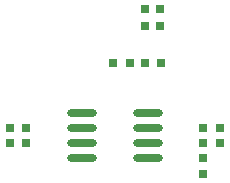
<source format=gbp>
*%FSLAX55Y55*%
*%MOMM*%
G01*
%ADD11C,0.02540*%
%ADD12C,0.15240*%
%ADD13C,0.17780*%
%ADD14C,0.18627*%
%ADD15C,0.25400*%
%ADD16C,0.38100*%
%ADD17C,1.01600*%
%ADD18C,1.21920*%
%ADD19C,1.39700*%
%ADD20C,1.52400*%
%ADD21C,1.60020*%
%ADD22C,1.72720*%
%ADD23C,1.77800*%
%ADD24C,2.03200*%
%ADD25O,2.54000X0.60960*%
%ADD26O,2.54000X0.63500*%
%ADD27O,2.74320X0.81280*%
%ADD28O,2.74320X0.83820*%
%ADD29R,0.25400X0.25400*%
%ADD30R,0.25400X0.25400*%
%ADD31R,0.27652X0.27652*%
%ADD32R,0.38100X0.38100*%
%ADD33R,0.38100X0.38100*%
%ADD34R,0.50800X0.50800*%
%ADD35R,0.50800X0.50800*%
%ADD36R,0.63500X0.63500*%
%ADD37R,0.76200X0.76200*%
%ADD38R,0.76200X0.76200*%
%ADD39R,0.76200X0.76200*%
%ADD40R,0.88900X0.88900*%
%ADD41R,0.88900X0.88900*%
%ADD42R,0.93723X0.93723*%
%ADD43R,0.96520X0.96520*%
%ADD44R,0.98497X0.98497*%
%ADD45R,1.01600X1.01600*%
%ADD46R,1.01600X1.01600*%
%ADD47R,1.01600X1.01600*%
%ADD48R,1.14300X1.14300*%
%ADD49R,1.27000X1.27000*%
%ADD50R,1.27000X1.27000*%
%ADD51R,1.27000X1.52400*%
%ADD52R,1.27000X1.27000*%
%ADD53R,1.39700X1.39700*%
%ADD54R,1.39700X1.39700*%
%ADD55R,1.39700X1.39700*%
%ADD56R,1.39700X1.39700*%
%ADD57R,1.47320X1.72720*%
%ADD58R,1.52400X1.52400*%
%ADD59R,1.60020X1.60020*%
%ADD60R,1.65100X1.65100*%
%ADD61R,1.65100X1.65100*%
%ADD62R,2.03200X2.03200*%
%ADD63R,2.54000X2.54000*%
D25*
X25107900Y20510500D02*
D03*
D26*
X25666700D02*
D03*
Y20383500D02*
D03*
Y20256500D02*
D03*
Y20129500D02*
D03*
X25107900D02*
D03*
Y20256500D02*
D03*
Y20383500D02*
D03*
D37*
X26276300Y20256500D02*
D03*
Y20383500D02*
D03*
X26136600D02*
D03*
X24498300Y20256500D02*
D03*
X26136600Y19989800D02*
D03*
Y20129500D02*
D03*
X25781000Y20929600D02*
D03*
X25641300D02*
D03*
Y21386800D02*
D03*
Y21247100D02*
D03*
X24498300Y20383500D02*
D03*
X24638000D02*
D03*
Y20256500D02*
D03*
X26136600D02*
D03*
X25514300Y20929600D02*
D03*
X25374600D02*
D03*
X25768300Y21386800D02*
D03*
Y21247100D02*
D03*
M02*

</source>
